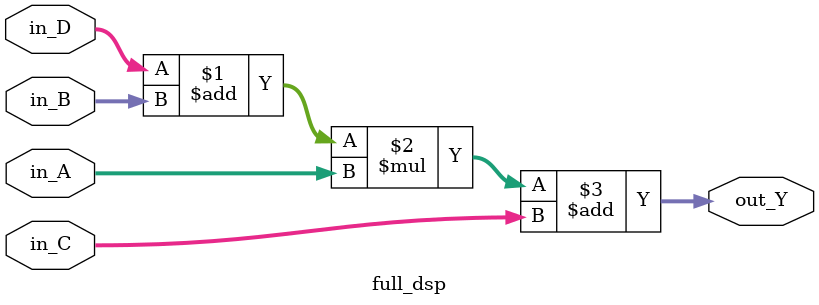
<source format=v>
/*
ISC License

Copyright (C) 2024 Microchip Technology Inc. and its subsidiaries

Permission to use, copy, modify, and/or distribute this software for any
purpose with or without fee is hereby granted, provided that the above
copyright notice and this permission notice appear in all copies.

THE SOFTWARE IS PROVIDED "AS IS" AND THE AUTHOR DISCLAIMS ALL WARRANTIES
WITH REGARD TO THIS SOFTWARE INCLUDING ALL IMPLIED WARRANTIES OF
MERCHANTABILITY AND FITNESS. IN NO EVENT SHALL THE AUTHOR BE LIABLE FOR
ANY SPECIAL, DIRECT, INDIRECT, OR CONSEQUENTIAL DAMAGES OR ANY DAMAGES
WHATSOEVER RESULTING FROM LOSS OF USE, DATA OR PROFITS, WHETHER IN AN
ACTION OF CONTRACT, NEGLIGENCE OR OTHER TORTIOUS ACTION, ARISING OUT OF
OR IN CONNECTION WITH THE USE OR PERFORMANCE OF THIS SOFTWARE.
*/
module full_dsp(
	input signed[5:0] in_A,
	input signed [4:0] in_B,
	input signed [11:0] in_C,
	input signed [4:0] in_D,

	output signed [12:0] out_Y
);

assign out_Y = ((in_D + in_B)*in_A)+in_C;


endmodule
</source>
